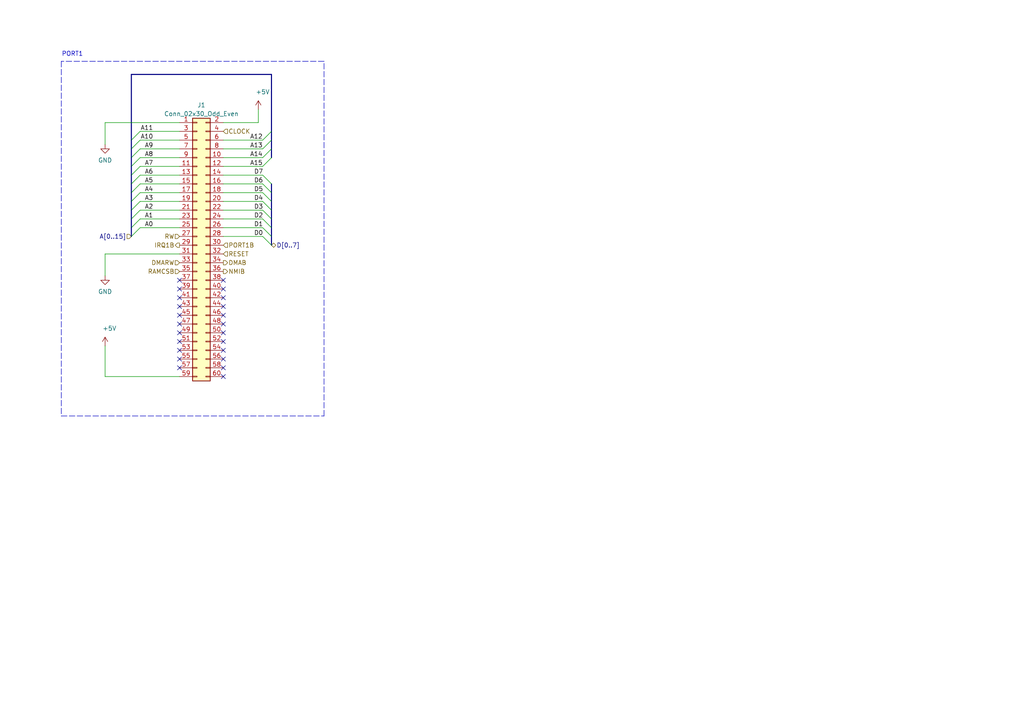
<source format=kicad_sch>
(kicad_sch (version 20230121) (generator eeschema)
  (paper "A4")
  (lib_symbols
    (symbol "Connector_Generic:Conn_02x30_Odd_Even" (pin_names (offset 1.016) hide)
      (property "Reference" "J" (at 1.27 38.1 0))
      (property "Value" "Conn_02x30_Odd_Even" (at 1.27 -40.64 0))
      (symbol "Conn_02x30_Odd_Even_1_1"
        (rectangle (start -1.27 -37.973) (end 0 -38.227) (stroke (width 0.1524)))
        (rectangle (start -1.27 -35.433) (end 0 -35.687) (stroke (width 0.1524)))
        (rectangle (start -1.27 -32.893) (end 0 -33.147) (stroke (width 0.1524)))
        (rectangle (start -1.27 -30.353) (end 0 -30.607) (stroke (width 0.1524)))
        (rectangle (start -1.27 -27.813) (end 0 -28.067) (stroke (width 0.1524)))
        (rectangle (start -1.27 -25.273) (end 0 -25.527) (stroke (width 0.1524)))
        (rectangle (start -1.27 -22.733) (end 0 -22.987) (stroke (width 0.1524)))
        (rectangle (start -1.27 -20.193) (end 0 -20.447) (stroke (width 0.1524)))
        (rectangle (start -1.27 -17.653) (end 0 -17.907) (stroke (width 0.1524)))
        (rectangle (start -1.27 -15.113) (end 0 -15.367) (stroke (width 0.1524)))
        (rectangle (start -1.27 -12.573) (end 0 -12.827) (stroke (width 0.1524)))
        (rectangle (start -1.27 -10.033) (end 0 -10.287) (stroke (width 0.1524)))
        (rectangle (start -1.27 -7.493) (end 0 -7.747) (stroke (width 0.1524)))
        (rectangle (start -1.27 -4.953) (end 0 -5.207) (stroke (width 0.1524)))
        (rectangle (start -1.27 -2.413) (end 0 -2.667) (stroke (width 0.1524)))
        (rectangle (start -1.27 0.127) (end 0 -0.127) (stroke (width 0.1524)))
        (rectangle (start -1.27 2.667) (end 0 2.413) (stroke (width 0.1524)))
        (rectangle (start -1.27 5.207) (end 0 4.953) (stroke (width 0.1524)))
        (rectangle (start -1.27 7.747) (end 0 7.493) (stroke (width 0.1524)))
        (rectangle (start -1.27 10.287) (end 0 10.033) (stroke (width 0.1524)))
        (rectangle (start -1.27 12.827) (end 0 12.573) (stroke (width 0.1524)))
        (rectangle (start -1.27 15.367) (end 0 15.113) (stroke (width 0.1524)))
        (rectangle (start -1.27 17.907) (end 0 17.653) (stroke (width 0.1524)))
        (rectangle (start -1.27 20.447) (end 0 20.193) (stroke (width 0.1524)))
        (rectangle (start -1.27 22.987) (end 0 22.733) (stroke (width 0.1524)))
        (rectangle (start -1.27 25.527) (end 0 25.273) (stroke (width 0.1524)))
        (rectangle (start -1.27 28.067) (end 0 27.813) (stroke (width 0.1524)))
        (rectangle (start -1.27 30.607) (end 0 30.353) (stroke (width 0.1524)))
        (rectangle (start -1.27 33.147) (end 0 32.893) (stroke (width 0.1524)))
        (rectangle (start -1.27 35.687) (end 0 35.433) (stroke (width 0.1524)))
        (rectangle (start -1.27 36.83) (end 3.81 -39.37) (stroke (width 0.254)) (fill (type background)))
        (rectangle (start 3.81 -37.973) (end 2.54 -38.227) (stroke (width 0.1524)))
        (rectangle (start 3.81 -35.433) (end 2.54 -35.687) (stroke (width 0.1524)))
        (rectangle (start 3.81 -32.893) (end 2.54 -33.147) (stroke (width 0.1524)))
        (rectangle (start 3.81 -30.353) (end 2.54 -30.607) (stroke (width 0.1524)))
        (rectangle (start 3.81 -27.813) (end 2.54 -28.067) (stroke (width 0.1524)))
        (rectangle (start 3.81 -25.273) (end 2.54 -25.527) (stroke (width 0.1524)))
        (rectangle (start 3.81 -22.733) (end 2.54 -22.987) (stroke (width 0.1524)))
        (rectangle (start 3.81 -20.193) (end 2.54 -20.447) (stroke (width 0.1524)))
        (rectangle (start 3.81 -17.653) (end 2.54 -17.907) (stroke (width 0.1524)))
        (rectangle (start 3.81 -15.113) (end 2.54 -15.367) (stroke (width 0.1524)))
        (rectangle (start 3.81 -12.573) (end 2.54 -12.827) (stroke (width 0.1524)))
        (rectangle (start 3.81 -10.033) (end 2.54 -10.287) (stroke (width 0.1524)))
        (rectangle (start 3.81 -7.493) (end 2.54 -7.747) (stroke (width 0.1524)))
        (rectangle (start 3.81 -4.953) (end 2.54 -5.207) (stroke (width 0.1524)))
        (rectangle (start 3.81 -2.413) (end 2.54 -2.667) (stroke (width 0.1524)))
        (rectangle (start 3.81 0.127) (end 2.54 -0.127) (stroke (width 0.1524)))
        (rectangle (start 3.81 2.667) (end 2.54 2.413) (stroke (width 0.1524)))
        (rectangle (start 3.81 5.207) (end 2.54 4.953) (stroke (width 0.1524)))
        (rectangle (start 3.81 7.747) (end 2.54 7.493) (stroke (width 0.1524)))
        (rectangle (start 3.81 10.287) (end 2.54 10.033) (stroke (width 0.1524)))
        (rectangle (start 3.81 12.827) (end 2.54 12.573) (stroke (width 0.1524)))
        (rectangle (start 3.81 15.367) (end 2.54 15.113) (stroke (width 0.1524)))
        (rectangle (start 3.81 17.907) (end 2.54 17.653) (stroke (width 0.1524)))
        (rectangle (start 3.81 20.447) (end 2.54 20.193) (stroke (width 0.1524)))
        (rectangle (start 3.81 22.987) (end 2.54 22.733) (stroke (width 0.1524)))
        (rectangle (start 3.81 25.527) (end 2.54 25.273) (stroke (width 0.1524)))
        (rectangle (start 3.81 28.067) (end 2.54 27.813) (stroke (width 0.1524)))
        (rectangle (start 3.81 30.607) (end 2.54 30.353) (stroke (width 0.1524)))
        (rectangle (start 3.81 33.147) (end 2.54 32.893) (stroke (width 0.1524)))
        (rectangle (start 3.81 35.687) (end 2.54 35.433) (stroke (width 0.1524)))
        (pin passive line (at -5.08 35.56 0) (length 3.81) (name "Pin_1") (number "1"))
        (pin passive line (at 7.62 25.4 180) (length 3.81) (name "Pin_10") (number "10"))
        (pin passive line (at -5.08 22.86 0) (length 3.81) (name "Pin_11") (number "11"))
        (pin passive line (at 7.62 22.86 180) (length 3.81) (name "Pin_12") (number "12"))
        (pin passive line (at -5.08 20.32 0) (length 3.81) (name "Pin_13") (number "13"))
        (pin passive line (at 7.62 20.32 180) (length 3.81) (name "Pin_14") (number "14"))
        (pin passive line (at -5.08 17.78 0) (length 3.81) (name "Pin_15") (number "15"))
        (pin passive line (at 7.62 17.78 180) (length 3.81) (name "Pin_16") (number "16"))
        (pin passive line (at -5.08 15.24 0) (length 3.81) (name "Pin_17") (number "17"))
        (pin passive line (at 7.62 15.24 180) (length 3.81) (name "Pin_18") (number "18"))
        (pin passive line (at -5.08 12.7 0) (length 3.81) (name "Pin_19") (number "19"))
        (pin passive line (at 7.62 35.56 180) (length 3.81) (name "Pin_2") (number "2"))
        (pin passive line (at 7.62 12.7 180) (length 3.81) (name "Pin_20") (number "20"))
        (pin passive line (at -5.08 10.16 0) (length 3.81) (name "Pin_21") (number "21"))
        (pin passive line (at 7.62 10.16 180) (length 3.81) (name "Pin_22") (number "22"))
        (pin passive line (at -5.08 7.62 0) (length 3.81) (name "Pin_23") (number "23"))
        (pin passive line (at 7.62 7.62 180) (length 3.81) (name "Pin_24") (number "24"))
        (pin passive line (at -5.08 5.08 0) (length 3.81) (name "Pin_25") (number "25"))
        (pin passive line (at 7.62 5.08 180) (length 3.81) (name "Pin_26") (number "26"))
        (pin passive line (at -5.08 2.54 0) (length 3.81) (name "Pin_27") (number "27"))
        (pin passive line (at 7.62 2.54 180) (length 3.81) (name "Pin_28") (number "28"))
        (pin passive line (at -5.08 0 0) (length 3.81) (name "Pin_29") (number "29"))
        (pin passive line (at -5.08 33.02 0) (length 3.81) (name "Pin_3") (number "3"))
        (pin passive line (at 7.62 0 180) (length 3.81) (name "Pin_30") (number "30"))
        (pin passive line (at -5.08 -2.54 0) (length 3.81) (name "Pin_31") (number "31"))
        (pin passive line (at 7.62 -2.54 180) (length 3.81) (name "Pin_32") (number "32"))
        (pin passive line (at -5.08 -5.08 0) (length 3.81) (name "Pin_33") (number "33"))
        (pin passive line (at 7.62 -5.08 180) (length 3.81) (name "Pin_34") (number "34"))
        (pin passive line (at -5.08 -7.62 0) (length 3.81) (name "Pin_35") (number "35"))
        (pin passive line (at 7.62 -7.62 180) (length 3.81) (name "Pin_36") (number "36"))
        (pin passive line (at -5.08 -10.16 0) (length 3.81) (name "Pin_37") (number "37"))
        (pin passive line (at 7.62 -10.16 180) (length 3.81) (name "Pin_38") (number "38"))
        (pin passive line (at -5.08 -12.7 0) (length 3.81) (name "Pin_39") (number "39"))
        (pin passive line (at 7.62 33.02 180) (length 3.81) (name "Pin_4") (number "4"))
        (pin passive line (at 7.62 -12.7 180) (length 3.81) (name "Pin_40") (number "40"))
        (pin passive line (at -5.08 -15.24 0) (length 3.81) (name "Pin_41") (number "41"))
        (pin passive line (at 7.62 -15.24 180) (length 3.81) (name "Pin_42") (number "42"))
        (pin passive line (at -5.08 -17.78 0) (length 3.81) (name "Pin_43") (number "43"))
        (pin passive line (at 7.62 -17.78 180) (length 3.81) (name "Pin_44") (number "44"))
        (pin passive line (at -5.08 -20.32 0) (length 3.81) (name "Pin_45") (number "45"))
        (pin passive line (at 7.62 -20.32 180) (length 3.81) (name "Pin_46") (number "46"))
        (pin passive line (at -5.08 -22.86 0) (length 3.81) (name "Pin_47") (number "47"))
        (pin passive line (at 7.62 -22.86 180) (length 3.81) (name "Pin_48") (number "48"))
        (pin passive line (at -5.08 -25.4 0) (length 3.81) (name "Pin_49") (number "49"))
        (pin passive line (at -5.08 30.48 0) (length 3.81) (name "Pin_5") (number "5"))
        (pin passive line (at 7.62 -25.4 180) (length 3.81) (name "Pin_50") (number "50"))
        (pin passive line (at -5.08 -27.94 0) (length 3.81) (name "Pin_51") (number "51"))
        (pin passive line (at 7.62 -27.94 180) (length 3.81) (name "Pin_52") (number "52"))
        (pin passive line (at -5.08 -30.48 0) (length 3.81) (name "Pin_53") (number "53"))
        (pin passive line (at 7.62 -30.48 180) (length 3.81) (name "Pin_54") (number "54"))
        (pin passive line (at -5.08 -33.02 0) (length 3.81) (name "Pin_55") (number "55"))
        (pin passive line (at 7.62 -33.02 180) (length 3.81) (name "Pin_56") (number "56"))
        (pin passive line (at -5.08 -35.56 0) (length 3.81) (name "Pin_57") (number "57"))
        (pin passive line (at 7.62 -35.56 180) (length 3.81) (name "Pin_58") (number "58"))
        (pin passive line (at -5.08 -38.1 0) (length 3.81) (name "Pin_59") (number "59"))
        (pin passive line (at 7.62 30.48 180) (length 3.81) (name "Pin_6") (number "6"))
        (pin passive line (at 7.62 -38.1 180) (length 3.81) (name "Pin_60") (number "60"))
        (pin passive line (at -5.08 27.94 0) (length 3.81) (name "Pin_7") (number "7"))
        (pin passive line (at 7.62 27.94 180) (length 3.81) (name "Pin_8") (number "8"))
        (pin passive line (at -5.08 25.4 0) (length 3.81) (name "Pin_9") (number "9"))
      )
    )
    (symbol "power:+5V" (power) (pin_names (offset 0))
      (property "Value" "+5V" (at 0 3.556 0))
      (symbol "+5V_0_1"
        (polyline (pts (xy -0.762 1.27) (xy 0 2.54)))
        (polyline (pts (xy 0 0) (xy 0 2.54)))
        (polyline (pts (xy 0 2.54) (xy 0.762 1.27)))
      )
      (symbol "+5V_1_1"
        (pin power_in line (at 0 0 90) (length 0) hide (name "+5V") (number "1"))
      )
    )
    (symbol "power:GND" (power) (pin_names (offset 0))
      (property "Value" "GND" (at 0 -3.81 0))
      (symbol "GND_0_1"
        (polyline (pts (xy 0 0) (xy 0 -1.27) (xy 1.27 -1.27) (xy 0 -2.54) (xy -1.27 -1.27) (xy 0 -1.27)))
      )
      (symbol "GND_1_1"
        (pin power_in line (at 0 0 270) (length 0) hide (name "GND") (number "1"))
      )
    )
  )
  (no_connect (at 64.77 104.14))
  (no_connect (at 64.77 86.36))
  (no_connect (at 64.77 96.52))
  (no_connect (at 64.77 83.82))
  (no_connect (at 64.77 88.9))
  (no_connect (at 52.07 91.44))
  (no_connect (at 52.07 99.06))
  (no_connect (at 64.77 106.68))
  (no_connect (at 52.07 96.52))
  (no_connect (at 64.77 109.22))
  (no_connect (at 64.77 93.98))
  (no_connect (at 52.07 93.98))
  (no_connect (at 52.07 101.6))
  (no_connect (at 52.07 86.36))
  (no_connect (at 64.77 101.6))
  (no_connect (at 64.77 99.06))
  (no_connect (at 52.07 83.82))
  (no_connect (at 64.77 91.44))
  (no_connect (at 52.07 88.9))
  (no_connect (at 64.77 81.28))
  (no_connect (at 52.07 106.68))
  (no_connect (at 52.07 81.28))
  (no_connect (at 52.07 104.14))
  (bus_entry (at 78.74 45.72) (size -2.54 2.54) (stroke (width 0.1524)))
  (bus_entry (at 78.74 66.04) (size -2.54 -2.54) (stroke (width 0.1524)))
  (bus_entry (at 78.74 53.34) (size -2.54 -2.54) (stroke (width 0.1524)))
  (bus_entry (at 78.74 63.5) (size -2.54 -2.54) (stroke (width 0.1524)))
  (bus_entry (at 38.1 60.96) (size 2.54 -2.54) (stroke (width 0.1524)))
  (bus_entry (at 38.1 48.26) (size 2.54 -2.54) (stroke (width 0.1524)))
  (bus_entry (at 38.1 66.04) (size 2.54 -2.54) (stroke (width 0.1524)))
  (bus_entry (at 78.74 71.12) (size -2.54 -2.54) (stroke (width 0.1524)))
  (bus_entry (at 78.74 38.1) (size -2.54 2.54) (stroke (width 0.1524)))
  (bus_entry (at 38.1 40.64) (size 2.54 -2.54) (stroke (width 0.1524)))
  (bus_entry (at 38.1 43.18) (size 2.54 -2.54) (stroke (width 0.1524)))
  (bus_entry (at 78.74 55.88) (size -2.54 -2.54) (stroke (width 0.1524)))
  (bus_entry (at 78.74 58.42) (size -2.54 -2.54) (stroke (width 0.1524)))
  (bus_entry (at 78.74 60.96) (size -2.54 -2.54) (stroke (width 0.1524)))
  (bus_entry (at 78.74 68.58) (size -2.54 -2.54) (stroke (width 0.1524)))
  (bus_entry (at 78.74 43.18) (size -2.54 2.54) (stroke (width 0.1524)))
  (bus_entry (at 38.1 68.58) (size 2.54 -2.54) (stroke (width 0.1524)))
  (bus_entry (at 38.1 45.72) (size 2.54 -2.54) (stroke (width 0.1524)))
  (bus_entry (at 38.1 58.42) (size 2.54 -2.54) (stroke (width 0.1524)))
  (bus_entry (at 78.74 40.64) (size -2.54 2.54) (stroke (width 0.1524)))
  (bus_entry (at 38.1 55.88) (size 2.54 -2.54) (stroke (width 0.1524)))
  (bus_entry (at 38.1 63.5) (size 2.54 -2.54) (stroke (width 0.1524)))
  (bus_entry (at 38.1 50.8) (size 2.54 -2.54) (stroke (width 0.1524)))
  (bus_entry (at 38.1 53.34) (size 2.54 -2.54) (stroke (width 0.1524)))
  (wire (pts (xy 40.64 40.64) (xy 52.07 40.64)))
  (bus (pts (xy 78.74 43.18) (xy 78.74 45.72)))
  (bus (pts (xy 38.1 21.59) (xy 38.1 40.64)))
  (wire (pts (xy 40.64 53.34) (xy 52.07 53.34)))
  (bus (pts (xy 38.1 60.96) (xy 38.1 63.5)))
  (wire (pts (xy 40.64 48.26) (xy 52.07 48.26)))
  (bus (pts (xy 78.74 38.1) (xy 78.74 40.64)))
  (wire (pts (xy 30.48 35.56) (xy 52.07 35.56)))
  (wire (pts (xy 64.77 58.42) (xy 76.2 58.42)))
  (bus (pts (xy 38.1 43.18) (xy 38.1 45.72)))
  (wire (pts (xy 76.2 43.18) (xy 64.77 43.18)))
  (bus (pts (xy 38.1 40.64) (xy 38.1 43.18)))
  (wire (pts (xy 64.77 60.96) (xy 76.2 60.96)))
  (bus (pts (xy 38.1 63.5) (xy 38.1 66.04)))
  (bus (pts (xy 78.74 40.64) (xy 78.74 43.18)))
  (wire (pts (xy 40.64 58.42) (xy 52.07 58.42)))
  (wire (pts (xy 64.77 55.88) (xy 76.2 55.88)))
  (wire (pts (xy 64.77 63.5) (xy 76.2 63.5)))
  (wire (pts (xy 64.77 66.04) (xy 76.2 66.04)))
  (wire (pts (xy 30.48 73.66) (xy 30.48 80.01)))
  (bus (pts (xy 78.74 66.04) (xy 78.74 68.58)))
  (bus (pts (xy 78.74 38.1) (xy 78.74 21.59)))
  (wire (pts (xy 30.48 100.33) (xy 30.48 109.22)))
  (bus (pts (xy 38.1 53.34) (xy 38.1 55.88)))
  (wire (pts (xy 64.77 68.58) (xy 76.2 68.58)))
  (wire (pts (xy 74.93 35.56) (xy 74.93 31.75)))
  (wire (pts (xy 64.77 35.56) (xy 74.93 35.56)))
  (bus (pts (xy 78.74 21.59) (xy 38.1 21.59)))
  (wire (pts (xy 64.77 53.34) (xy 76.2 53.34)))
  (bus (pts (xy 38.1 58.42) (xy 38.1 60.96)))
  (bus (pts (xy 78.74 58.42) (xy 78.74 60.96)))
  (bus (pts (xy 78.74 63.5) (xy 78.74 66.04)))
  (wire (pts (xy 40.64 66.04) (xy 52.07 66.04)))
  (bus (pts (xy 38.1 45.72) (xy 38.1 48.26)))
  (wire (pts (xy 40.64 45.72) (xy 52.07 45.72)))
  (wire (pts (xy 40.64 38.1) (xy 52.07 38.1)))
  (polyline (pts (xy 17.78 120.65) (xy 93.98 120.65)) (stroke (width 0) (type dash)))
  (wire (pts (xy 40.64 60.96) (xy 52.07 60.96)))
  (bus (pts (xy 38.1 55.88) (xy 38.1 58.42)))
  (wire (pts (xy 64.77 50.8) (xy 76.2 50.8)))
  (bus (pts (xy 78.74 55.88) (xy 78.74 58.42)))
  (wire (pts (xy 40.64 43.18) (xy 52.07 43.18)))
  (bus (pts (xy 78.74 53.34) (xy 78.74 55.88)))
  (bus (pts (xy 38.1 50.8) (xy 38.1 53.34)))
  (polyline (pts (xy 17.78 17.78) (xy 17.78 120.65)) (stroke (width 0) (type dash)))
  (bus (pts (xy 38.1 48.26) (xy 38.1 50.8)))
  (wire (pts (xy 40.64 55.88) (xy 52.07 55.88)))
  (wire (pts (xy 76.2 48.26) (xy 64.77 48.26)))
  (bus (pts (xy 78.74 68.58) (xy 78.74 71.12)))
  (polyline (pts (xy 93.98 17.78) (xy 17.78 17.78)) (stroke (width 0) (type dash)))
  (wire (pts (xy 40.64 63.5) (xy 52.07 63.5)))
  (wire (pts (xy 30.48 35.56) (xy 30.48 41.91)))
  (wire (pts (xy 76.2 45.72) (xy 64.77 45.72)))
  (wire (pts (xy 52.07 73.66) (xy 30.48 73.66)))
  (bus (pts (xy 78.74 63.5) (xy 78.74 60.96)))
  (wire (pts (xy 76.2 40.64) (xy 64.77 40.64)))
  (bus (pts (xy 38.1 66.04) (xy 38.1 68.58)))
  (polyline (pts (xy 93.98 120.65) (xy 93.98 17.78)) (stroke (width 0) (type dash)))
  (wire (pts (xy 30.48 109.22) (xy 52.07 109.22)))
  (wire (pts (xy 40.64 50.8) (xy 52.07 50.8)))
  (text "PORT1" (at 24.13 16.51 0) (effects (font (size 1.27 1.27)) (justify right bottom)))
  (label "D2" (at 73.66 63.5 0))
  (label "A14" (at 76.2 45.72 180))
  (label "D0" (at 73.6532 68.58 0))
  (label "D4" (at 73.66 58.42 0))
  (label "A0" (at 44.45 66.04 180))
  (label "A3" (at 44.45 58.42 180))
  (label "D6" (at 73.66 53.34 0))
  (label "A10" (at 44.45 40.64 180))
  (label "A2" (at 44.45 60.96 180))
  (label "A13" (at 76.2 43.18 180))
  (label "A1" (at 44.45 63.5 180))
  (label "A6" (at 44.45 50.8 180))
  (label "A8" (at 44.45 45.72 180))
  (label "A15" (at 76.2 48.26 180))
  (label "D5" (at 73.66 55.88 0))
  (label "A5" (at 44.45 53.34 180))
  (label "A11" (at 44.45 38.1 180))
  (label "A9" (at 44.45 43.18 180))
  (label "D1" (at 73.66 66.04 0))
  (label "D7" (at 73.66 50.8 0))
  (label "D3" (at 73.66 60.96 0))
  (label "A4" (at 44.45 55.88 180))
  (label "A7" (at 44.45 48.26 180))
  (label "A12" (at 76.2 40.64 180))
  (hierarchical_label "RW" (shape input) (at 52.07 68.58 180))
  (hierarchical_label "DMARW" (shape input) (at 52.07 76.2 180))
  (hierarchical_label "A[0..15]" (shape input) (at 38.1 68.58 180))
  (hierarchical_label "RESET" (shape input) (at 64.77 73.66 0))
  (hierarchical_label "D[0..7]" (shape bidirectional) (at 78.74 71.12 0))
  (hierarchical_label "PORT1B" (shape input) (at 64.77 71.12 0))
  (hierarchical_label "NMIB" (shape output) (at 64.77 78.74 0))
  (hierarchical_label "RAMCSB" (shape input) (at 52.07 78.74 180))
  (hierarchical_label "CLOCK" (shape input) (at 64.77 38.1 0))
  (hierarchical_label "IRQ1B" (shape output) (at 52.07 71.12 180))
  (hierarchical_label "DMAB" (shape output) (at 64.77 76.2 0))
  (symbol (lib_id "power:+5V") (at 74.93 31.75 0) (unit 1)
    (property "Reference" "#PWR020" (effects hide))
    (property "Value" "+5V" (at 76.2 26.67 0))
    (instances (project "FrameBufferBoard" (path "" (reference "#PWR020") (unit 1)) (path "" (reference "#PWR020") (unit 1))) (project "MotherBoard" (path "" (reference "#PWR024") (unit 1))))
  )
  (symbol (lib_id "power:GND") (at 30.48 80.01 0) (mirror y) (unit 1)
    (property "Reference" "#PWR018" (effects hide))
    (property "Value" "GND" (at 30.48 84.582 0))
    (instances (project "FrameBufferBoard" (path "" (reference "#PWR018") (unit 1)) (path "" (reference "#PWR018") (unit 1))) (project "MotherBoard" (path "" (reference "#PWR027") (unit 1))))
  )
  (symbol (lib_id "power:+5V") (at 30.48 100.33 0) (unit 1)
    (property "Reference" "#PWR019" (effects hide))
    (property "Value" "+5V" (at 31.75 95.25 0))
    (instances (project "FrameBufferBoard" (path "" (reference "#PWR019") (unit 1)) (path "" (reference "#PWR019") (unit 1))) (project "MotherBoard" (path "" (reference "#PWR026") (unit 1))))
  )
  (symbol (lib_id "power:GND") (at 30.48 41.91 0) (mirror y) (unit 1)
    (property "Reference" "#PWR017" (effects hide))
    (property "Value" "GND" (at 30.48 46.482 0))
    (instances (project "FrameBufferBoard" (path "" (reference "#PWR017") (unit 1)) (path "" (reference "#PWR017") (unit 1))) (project "MotherBoard" (path "" (reference "#PWR025") (unit 1))))
  )
  (symbol (lib_id "Connector_Generic:Conn_02x30_Odd_Even") (at 57.15 71.12 0) (unit 1)
    (property "Reference" "J1" (at 58.42 30.48 0))
    (property "Value" "Conn_02x30_Odd_Even" (at 58.42 33.02 0))
    (instances (project "FrameBufferBoard" (path "" (reference "J1") (unit 1)) (path "" (reference "J1") (unit 1))) (project "MotherBoard" (path "" (reference "J8") (unit 1))))
  )
)
</source>
